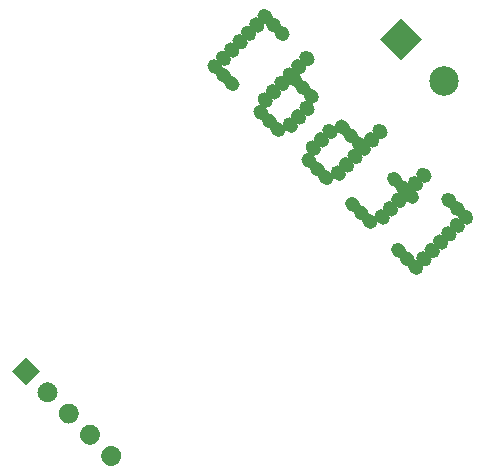
<source format=gbr>
%TF.GenerationSoftware,KiCad,Pcbnew,5.1.9+dfsg1-1+deb11u1*%
%TF.CreationDate,2024-07-25T19:41:34+02:00*%
%TF.ProjectId,label1,6c616265-6c31-42e6-9b69-6361645f7063,rev?*%
%TF.SameCoordinates,Original*%
%TF.FileFunction,Soldermask,Bot*%
%TF.FilePolarity,Negative*%
%FSLAX46Y46*%
G04 Gerber Fmt 4.6, Leading zero omitted, Abs format (unit mm)*
G04 Created by KiCad (PCBNEW 5.1.9+dfsg1-1+deb11u1) date 2024-07-25 19:41:34*
%MOMM*%
%LPD*%
G01*
G04 APERTURE LIST*
%ADD10C,2.500000*%
%ADD11C,0.100000*%
G04 APERTURE END LIST*
%TO.C,REF\u002A\u002A*%
G36*
G01*
X60802586Y-36045227D02*
X60802586Y-36045227D01*
G75*
G02*
X59989414Y-36045227I-406586J406586D01*
G01*
X59812638Y-35868451D01*
G75*
G02*
X59812638Y-35055279I406586J406586D01*
G01*
X59812638Y-35055279D01*
G75*
G02*
X60625810Y-35055279I406586J-406586D01*
G01*
X60802586Y-35232055D01*
G75*
G02*
X60802586Y-36045227I-406586J-406586D01*
G01*
G37*
G36*
G01*
X60095479Y-35338120D02*
X60095479Y-35338120D01*
G75*
G02*
X59282307Y-35338120I-406586J406586D01*
G01*
X59105531Y-35161344D01*
G75*
G02*
X59105531Y-34348172I406586J406586D01*
G01*
X59105531Y-34348172D01*
G75*
G02*
X59918703Y-34348172I406586J-406586D01*
G01*
X60095479Y-34524948D01*
G75*
G02*
X60095479Y-35338120I-406586J-406586D01*
G01*
G37*
G36*
G01*
X59388372Y-34631013D02*
X59388372Y-34631013D01*
G75*
G02*
X58575200Y-34631013I-406586J406586D01*
G01*
X58398424Y-34454237D01*
G75*
G02*
X58398424Y-33641065I406586J406586D01*
G01*
X58398424Y-33641065D01*
G75*
G02*
X59211596Y-33641065I406586J-406586D01*
G01*
X59388372Y-33817841D01*
G75*
G02*
X59388372Y-34631013I-406586J-406586D01*
G01*
G37*
G36*
G01*
X60095479Y-33923906D02*
X60095479Y-33923906D01*
G75*
G02*
X59282307Y-33923906I-406586J406586D01*
G01*
X59105531Y-33747130D01*
G75*
G02*
X59105531Y-32933958I406586J406586D01*
G01*
X59105531Y-32933958D01*
G75*
G02*
X59918703Y-32933958I406586J-406586D01*
G01*
X60095479Y-33110734D01*
G75*
G02*
X60095479Y-33923906I-406586J-406586D01*
G01*
G37*
G36*
G01*
X60802586Y-33216799D02*
X60802586Y-33216799D01*
G75*
G02*
X59989414Y-33216799I-406586J406586D01*
G01*
X59812638Y-33040023D01*
G75*
G02*
X59812638Y-32226851I406586J406586D01*
G01*
X59812638Y-32226851D01*
G75*
G02*
X60625810Y-32226851I406586J-406586D01*
G01*
X60802586Y-32403627D01*
G75*
G02*
X60802586Y-33216799I-406586J-406586D01*
G01*
G37*
G36*
G01*
X61509693Y-32509693D02*
X61509693Y-32509693D01*
G75*
G02*
X60696521Y-32509693I-406586J406586D01*
G01*
X60519745Y-32332917D01*
G75*
G02*
X60519745Y-31519745I406586J406586D01*
G01*
X60519745Y-31519745D01*
G75*
G02*
X61332917Y-31519745I406586J-406586D01*
G01*
X61509693Y-31696521D01*
G75*
G02*
X61509693Y-32509693I-406586J-406586D01*
G01*
G37*
G36*
G01*
X62216799Y-31802586D02*
X62216799Y-31802586D01*
G75*
G02*
X61403627Y-31802586I-406586J406586D01*
G01*
X61226851Y-31625810D01*
G75*
G02*
X61226851Y-30812638I406586J406586D01*
G01*
X61226851Y-30812638D01*
G75*
G02*
X62040023Y-30812638I406586J-406586D01*
G01*
X62216799Y-30989414D01*
G75*
G02*
X62216799Y-31802586I-406586J-406586D01*
G01*
G37*
G36*
G01*
X62923906Y-31095479D02*
X62923906Y-31095479D01*
G75*
G02*
X62110734Y-31095479I-406586J406586D01*
G01*
X61933958Y-30918703D01*
G75*
G02*
X61933958Y-30105531I406586J406586D01*
G01*
X61933958Y-30105531D01*
G75*
G02*
X62747130Y-30105531I406586J-406586D01*
G01*
X62923906Y-30282307D01*
G75*
G02*
X62923906Y-31095479I-406586J-406586D01*
G01*
G37*
G36*
G01*
X63631013Y-30388372D02*
X63631013Y-30388372D01*
G75*
G02*
X62817841Y-30388372I-406586J406586D01*
G01*
X62641065Y-30211596D01*
G75*
G02*
X62641065Y-29398424I406586J406586D01*
G01*
X62641065Y-29398424D01*
G75*
G02*
X63454237Y-29398424I406586J-406586D01*
G01*
X63631013Y-29575200D01*
G75*
G02*
X63631013Y-30388372I-406586J-406586D01*
G01*
G37*
G36*
G01*
X64338120Y-31095479D02*
X64338120Y-31095479D01*
G75*
G02*
X63524948Y-31095479I-406586J406586D01*
G01*
X63348172Y-30918703D01*
G75*
G02*
X63348172Y-30105531I406586J406586D01*
G01*
X63348172Y-30105531D01*
G75*
G02*
X64161344Y-30105531I406586J-406586D01*
G01*
X64338120Y-30282307D01*
G75*
G02*
X64338120Y-31095479I-406586J-406586D01*
G01*
G37*
G36*
G01*
X65045227Y-31802586D02*
X65045227Y-31802586D01*
G75*
G02*
X64232055Y-31802586I-406586J406586D01*
G01*
X64055279Y-31625810D01*
G75*
G02*
X64055279Y-30812638I406586J406586D01*
G01*
X64055279Y-30812638D01*
G75*
G02*
X64868451Y-30812638I406586J-406586D01*
G01*
X65045227Y-30989414D01*
G75*
G02*
X65045227Y-31802586I-406586J-406586D01*
G01*
G37*
G36*
G01*
X66105887Y-35691673D02*
X66105887Y-35691673D01*
G75*
G02*
X65292715Y-35691673I-406586J406586D01*
G01*
X65115939Y-35514897D01*
G75*
G02*
X65115939Y-34701725I406586J406586D01*
G01*
X65115939Y-34701725D01*
G75*
G02*
X65929111Y-34701725I406586J-406586D01*
G01*
X66105887Y-34878501D01*
G75*
G02*
X66105887Y-35691673I-406586J-406586D01*
G01*
G37*
G36*
G01*
X66812993Y-36398780D02*
X66812993Y-36398780D01*
G75*
G02*
X65999821Y-36398780I-406586J406586D01*
G01*
X65823045Y-36222004D01*
G75*
G02*
X65823045Y-35408832I406586J406586D01*
G01*
X65823045Y-35408832D01*
G75*
G02*
X66636217Y-35408832I406586J-406586D01*
G01*
X66812993Y-35585608D01*
G75*
G02*
X66812993Y-36398780I-406586J-406586D01*
G01*
G37*
G36*
G01*
X67520100Y-37105887D02*
X67520100Y-37105887D01*
G75*
G02*
X66706928Y-37105887I-406586J406586D01*
G01*
X66530152Y-36929111D01*
G75*
G02*
X66530152Y-36115939I406586J406586D01*
G01*
X66530152Y-36115939D01*
G75*
G02*
X67343324Y-36115939I406586J-406586D01*
G01*
X67520100Y-36292715D01*
G75*
G02*
X67520100Y-37105887I-406586J-406586D01*
G01*
G37*
G36*
G01*
X67166547Y-33923906D02*
X67166547Y-33923906D01*
G75*
G02*
X66353375Y-33923906I-406586J406586D01*
G01*
X66176599Y-33747130D01*
G75*
G02*
X66176599Y-32933958I406586J406586D01*
G01*
X66176599Y-32933958D01*
G75*
G02*
X66989771Y-32933958I406586J-406586D01*
G01*
X67166547Y-33110734D01*
G75*
G02*
X67166547Y-33923906I-406586J-406586D01*
G01*
G37*
G36*
G01*
X66459440Y-34631013D02*
X66459440Y-34631013D01*
G75*
G02*
X65646268Y-34631013I-406586J406586D01*
G01*
X65469492Y-34454237D01*
G75*
G02*
X65469492Y-33641065I406586J406586D01*
G01*
X65469492Y-33641065D01*
G75*
G02*
X66282664Y-33641065I406586J-406586D01*
G01*
X66459440Y-33817841D01*
G75*
G02*
X66459440Y-34631013I-406586J-406586D01*
G01*
G37*
G36*
G01*
X65752333Y-35338120D02*
X65752333Y-35338120D01*
G75*
G02*
X64939161Y-35338120I-406586J406586D01*
G01*
X64762385Y-35161344D01*
G75*
G02*
X64762385Y-34348172I406586J406586D01*
G01*
X64762385Y-34348172D01*
G75*
G02*
X65575557Y-34348172I406586J-406586D01*
G01*
X65752333Y-34524948D01*
G75*
G02*
X65752333Y-35338120I-406586J-406586D01*
G01*
G37*
G36*
G01*
X65045227Y-36045227D02*
X65045227Y-36045227D01*
G75*
G02*
X64232055Y-36045227I-406586J406586D01*
G01*
X64055279Y-35868451D01*
G75*
G02*
X64055279Y-35055279I406586J406586D01*
G01*
X64055279Y-35055279D01*
G75*
G02*
X64868451Y-35055279I406586J-406586D01*
G01*
X65045227Y-35232055D01*
G75*
G02*
X65045227Y-36045227I-406586J-406586D01*
G01*
G37*
G36*
G01*
X64338120Y-36752333D02*
X64338120Y-36752333D01*
G75*
G02*
X63524948Y-36752333I-406586J406586D01*
G01*
X63348172Y-36575557D01*
G75*
G02*
X63348172Y-35762385I406586J406586D01*
G01*
X63348172Y-35762385D01*
G75*
G02*
X64161344Y-35762385I406586J-406586D01*
G01*
X64338120Y-35939161D01*
G75*
G02*
X64338120Y-36752333I-406586J-406586D01*
G01*
G37*
G36*
G01*
X63631013Y-37459440D02*
X63631013Y-37459440D01*
G75*
G02*
X62817841Y-37459440I-406586J406586D01*
G01*
X62641065Y-37282664D01*
G75*
G02*
X62641065Y-36469492I406586J406586D01*
G01*
X62641065Y-36469492D01*
G75*
G02*
X63454237Y-36469492I406586J-406586D01*
G01*
X63631013Y-36646268D01*
G75*
G02*
X63631013Y-37459440I-406586J-406586D01*
G01*
G37*
G36*
G01*
X63277460Y-38520100D02*
X63277460Y-38520100D01*
G75*
G02*
X62464288Y-38520100I-406586J406586D01*
G01*
X62287512Y-38343324D01*
G75*
G02*
X62287512Y-37530152I406586J406586D01*
G01*
X62287512Y-37530152D01*
G75*
G02*
X63100684Y-37530152I406586J-406586D01*
G01*
X63277460Y-37706928D01*
G75*
G02*
X63277460Y-38520100I-406586J-406586D01*
G01*
G37*
G36*
G01*
X63984566Y-39227207D02*
X63984566Y-39227207D01*
G75*
G02*
X63171394Y-39227207I-406586J406586D01*
G01*
X62994618Y-39050431D01*
G75*
G02*
X62994618Y-38237259I406586J406586D01*
G01*
X62994618Y-38237259D01*
G75*
G02*
X63807790Y-38237259I406586J-406586D01*
G01*
X63984566Y-38414035D01*
G75*
G02*
X63984566Y-39227207I-406586J-406586D01*
G01*
G37*
G36*
G01*
X64691673Y-39934314D02*
X64691673Y-39934314D01*
G75*
G02*
X63878501Y-39934314I-406586J406586D01*
G01*
X63701725Y-39757538D01*
G75*
G02*
X63701725Y-38944366I406586J406586D01*
G01*
X63701725Y-38944366D01*
G75*
G02*
X64514897Y-38944366I406586J-406586D01*
G01*
X64691673Y-39121142D01*
G75*
G02*
X64691673Y-39934314I-406586J-406586D01*
G01*
G37*
G36*
G01*
X65752333Y-39580760D02*
X65752333Y-39580760D01*
G75*
G02*
X64939161Y-39580760I-406586J406586D01*
G01*
X64762385Y-39403984D01*
G75*
G02*
X64762385Y-38590812I406586J406586D01*
G01*
X64762385Y-38590812D01*
G75*
G02*
X65575557Y-38590812I406586J-406586D01*
G01*
X65752333Y-38767588D01*
G75*
G02*
X65752333Y-39580760I-406586J-406586D01*
G01*
G37*
G36*
G01*
X66459440Y-38873654D02*
X66459440Y-38873654D01*
G75*
G02*
X65646268Y-38873654I-406586J406586D01*
G01*
X65469492Y-38696878D01*
G75*
G02*
X65469492Y-37883706I406586J406586D01*
G01*
X65469492Y-37883706D01*
G75*
G02*
X66282664Y-37883706I406586J-406586D01*
G01*
X66459440Y-38060482D01*
G75*
G02*
X66459440Y-38873654I-406586J-406586D01*
G01*
G37*
G36*
G01*
X67166547Y-38166547D02*
X67166547Y-38166547D01*
G75*
G02*
X66353375Y-38166547I-406586J406586D01*
G01*
X66176599Y-37989771D01*
G75*
G02*
X66176599Y-37176599I406586J406586D01*
G01*
X66176599Y-37176599D01*
G75*
G02*
X66989771Y-37176599I406586J-406586D01*
G01*
X67166547Y-37353375D01*
G75*
G02*
X67166547Y-38166547I-406586J-406586D01*
G01*
G37*
G36*
G01*
X67696877Y-41525304D02*
X67696877Y-41525304D01*
G75*
G02*
X66883705Y-41525304I-406586J406586D01*
G01*
X66706929Y-41348528D01*
G75*
G02*
X66706929Y-40535356I406586J406586D01*
G01*
X66706929Y-40535356D01*
G75*
G02*
X67520101Y-40535356I406586J-406586D01*
G01*
X67696877Y-40712132D01*
G75*
G02*
X67696877Y-41525304I-406586J-406586D01*
G01*
G37*
G36*
G01*
X68403984Y-40818197D02*
X68403984Y-40818197D01*
G75*
G02*
X67590812Y-40818197I-406586J406586D01*
G01*
X67414036Y-40641421D01*
G75*
G02*
X67414036Y-39828249I406586J406586D01*
G01*
X67414036Y-39828249D01*
G75*
G02*
X68227208Y-39828249I406586J-406586D01*
G01*
X68403984Y-40005025D01*
G75*
G02*
X68403984Y-40818197I-406586J-406586D01*
G01*
G37*
G36*
G01*
X69111091Y-40111091D02*
X69111091Y-40111091D01*
G75*
G02*
X68297919Y-40111091I-406586J406586D01*
G01*
X68121143Y-39934315D01*
G75*
G02*
X68121143Y-39121143I406586J406586D01*
G01*
X68121143Y-39121143D01*
G75*
G02*
X68934315Y-39121143I406586J-406586D01*
G01*
X69111091Y-39297919D01*
G75*
G02*
X69111091Y-40111091I-406586J-406586D01*
G01*
G37*
G36*
G01*
X70171751Y-39757537D02*
X70171751Y-39757537D01*
G75*
G02*
X69358579Y-39757537I-406586J406586D01*
G01*
X69181803Y-39580761D01*
G75*
G02*
X69181803Y-38767589I406586J406586D01*
G01*
X69181803Y-38767589D01*
G75*
G02*
X69994975Y-38767589I406586J-406586D01*
G01*
X70171751Y-38944365D01*
G75*
G02*
X70171751Y-39757537I-406586J-406586D01*
G01*
G37*
G36*
G01*
X70878857Y-40464644D02*
X70878857Y-40464644D01*
G75*
G02*
X70065685Y-40464644I-406586J406586D01*
G01*
X69888909Y-40287868D01*
G75*
G02*
X69888909Y-39474696I406586J406586D01*
G01*
X69888909Y-39474696D01*
G75*
G02*
X70702081Y-39474696I406586J-406586D01*
G01*
X70878857Y-39651472D01*
G75*
G02*
X70878857Y-40464644I-406586J-406586D01*
G01*
G37*
G36*
G01*
X71585964Y-41171751D02*
X71585964Y-41171751D01*
G75*
G02*
X70772792Y-41171751I-406586J406586D01*
G01*
X70596016Y-40994975D01*
G75*
G02*
X70596016Y-40181803I406586J406586D01*
G01*
X70596016Y-40181803D01*
G75*
G02*
X71409188Y-40181803I406586J-406586D01*
G01*
X71585964Y-40358579D01*
G75*
G02*
X71585964Y-41171751I-406586J-406586D01*
G01*
G37*
G36*
G01*
X67343324Y-42585964D02*
X67343324Y-42585964D01*
G75*
G02*
X66530152Y-42585964I-406586J406586D01*
G01*
X66353376Y-42409188D01*
G75*
G02*
X66353376Y-41596016I406586J406586D01*
G01*
X66353376Y-41596016D01*
G75*
G02*
X67166548Y-41596016I406586J-406586D01*
G01*
X67343324Y-41772792D01*
G75*
G02*
X67343324Y-42585964I-406586J-406586D01*
G01*
G37*
G36*
G01*
X68050430Y-43293071D02*
X68050430Y-43293071D01*
G75*
G02*
X67237258Y-43293071I-406586J406586D01*
G01*
X67060482Y-43116295D01*
G75*
G02*
X67060482Y-42303123I406586J406586D01*
G01*
X67060482Y-42303123D01*
G75*
G02*
X67873654Y-42303123I406586J-406586D01*
G01*
X68050430Y-42479899D01*
G75*
G02*
X68050430Y-43293071I-406586J-406586D01*
G01*
G37*
G36*
G01*
X68757537Y-44000178D02*
X68757537Y-44000178D01*
G75*
G02*
X67944365Y-44000178I-406586J406586D01*
G01*
X67767589Y-43823402D01*
G75*
G02*
X67767589Y-43010230I406586J406586D01*
G01*
X67767589Y-43010230D01*
G75*
G02*
X68580761Y-43010230I406586J-406586D01*
G01*
X68757537Y-43187006D01*
G75*
G02*
X68757537Y-44000178I-406586J-406586D01*
G01*
G37*
G36*
G01*
X69818197Y-43646624D02*
X69818197Y-43646624D01*
G75*
G02*
X69005025Y-43646624I-406586J406586D01*
G01*
X68828249Y-43469848D01*
G75*
G02*
X68828249Y-42656676I406586J406586D01*
G01*
X68828249Y-42656676D01*
G75*
G02*
X69641421Y-42656676I406586J-406586D01*
G01*
X69818197Y-42833452D01*
G75*
G02*
X69818197Y-43646624I-406586J-406586D01*
G01*
G37*
G36*
G01*
X70525304Y-42939518D02*
X70525304Y-42939518D01*
G75*
G02*
X69712132Y-42939518I-406586J406586D01*
G01*
X69535356Y-42762742D01*
G75*
G02*
X69535356Y-41949570I406586J406586D01*
G01*
X69535356Y-41949570D01*
G75*
G02*
X70348528Y-41949570I406586J-406586D01*
G01*
X70525304Y-42126346D01*
G75*
G02*
X70525304Y-42939518I-406586J-406586D01*
G01*
G37*
G36*
G01*
X71232411Y-42232411D02*
X71232411Y-42232411D01*
G75*
G02*
X70419239Y-42232411I-406586J406586D01*
G01*
X70242463Y-42055635D01*
G75*
G02*
X70242463Y-41242463I406586J406586D01*
G01*
X70242463Y-41242463D01*
G75*
G02*
X71055635Y-41242463I406586J-406586D01*
G01*
X71232411Y-41419239D01*
G75*
G02*
X71232411Y-42232411I-406586J-406586D01*
G01*
G37*
G36*
G01*
X71939518Y-41525304D02*
X71939518Y-41525304D01*
G75*
G02*
X71126346Y-41525304I-406586J406586D01*
G01*
X70949570Y-41348528D01*
G75*
G02*
X70949570Y-40535356I406586J406586D01*
G01*
X70949570Y-40535356D01*
G75*
G02*
X71762742Y-40535356I406586J-406586D01*
G01*
X71939518Y-40712132D01*
G75*
G02*
X71939518Y-41525304I-406586J-406586D01*
G01*
G37*
G36*
G01*
X72646624Y-40818197D02*
X72646624Y-40818197D01*
G75*
G02*
X71833452Y-40818197I-406586J406586D01*
G01*
X71656676Y-40641421D01*
G75*
G02*
X71656676Y-39828249I406586J406586D01*
G01*
X71656676Y-39828249D01*
G75*
G02*
X72469848Y-39828249I406586J-406586D01*
G01*
X72646624Y-40005025D01*
G75*
G02*
X72646624Y-40818197I-406586J-406586D01*
G01*
G37*
G36*
G01*
X73353731Y-40111091D02*
X73353731Y-40111091D01*
G75*
G02*
X72540559Y-40111091I-406586J406586D01*
G01*
X72363783Y-39934315D01*
G75*
G02*
X72363783Y-39121143I406586J406586D01*
G01*
X72363783Y-39121143D01*
G75*
G02*
X73176955Y-39121143I406586J-406586D01*
G01*
X73353731Y-39297919D01*
G75*
G02*
X73353731Y-40111091I-406586J-406586D01*
G01*
G37*
G36*
G01*
X71055634Y-46298275D02*
X71055634Y-46298275D01*
G75*
G02*
X70242462Y-46298275I-406586J406586D01*
G01*
X70065686Y-46121499D01*
G75*
G02*
X70065686Y-45308327I406586J406586D01*
G01*
X70065686Y-45308327D01*
G75*
G02*
X70878858Y-45308327I406586J-406586D01*
G01*
X71055634Y-45485103D01*
G75*
G02*
X71055634Y-46298275I-406586J-406586D01*
G01*
G37*
G36*
G01*
X71762741Y-47005382D02*
X71762741Y-47005382D01*
G75*
G02*
X70949569Y-47005382I-406586J406586D01*
G01*
X70772793Y-46828606D01*
G75*
G02*
X70772793Y-46015434I406586J406586D01*
G01*
X70772793Y-46015434D01*
G75*
G02*
X71585965Y-46015434I406586J-406586D01*
G01*
X71762741Y-46192210D01*
G75*
G02*
X71762741Y-47005382I-406586J-406586D01*
G01*
G37*
G36*
G01*
X72469848Y-47712488D02*
X72469848Y-47712488D01*
G75*
G02*
X71656676Y-47712488I-406586J406586D01*
G01*
X71479900Y-47535712D01*
G75*
G02*
X71479900Y-46722540I406586J406586D01*
G01*
X71479900Y-46722540D01*
G75*
G02*
X72293072Y-46722540I406586J-406586D01*
G01*
X72469848Y-46899316D01*
G75*
G02*
X72469848Y-47712488I-406586J-406586D01*
G01*
G37*
G36*
G01*
X73530508Y-47358935D02*
X73530508Y-47358935D01*
G75*
G02*
X72717336Y-47358935I-406586J406586D01*
G01*
X72540560Y-47182159D01*
G75*
G02*
X72540560Y-46368987I406586J406586D01*
G01*
X72540560Y-46368987D01*
G75*
G02*
X73353732Y-46368987I406586J-406586D01*
G01*
X73530508Y-46545763D01*
G75*
G02*
X73530508Y-47358935I-406586J-406586D01*
G01*
G37*
G36*
G01*
X74237615Y-46651828D02*
X74237615Y-46651828D01*
G75*
G02*
X73424443Y-46651828I-406586J406586D01*
G01*
X73247667Y-46475052D01*
G75*
G02*
X73247667Y-45661880I406586J406586D01*
G01*
X73247667Y-45661880D01*
G75*
G02*
X74060839Y-45661880I406586J-406586D01*
G01*
X74237615Y-45838656D01*
G75*
G02*
X74237615Y-46651828I-406586J-406586D01*
G01*
G37*
G36*
G01*
X74944721Y-45944721D02*
X74944721Y-45944721D01*
G75*
G02*
X74131549Y-45944721I-406586J406586D01*
G01*
X73954773Y-45767945D01*
G75*
G02*
X73954773Y-44954773I406586J406586D01*
G01*
X73954773Y-44954773D01*
G75*
G02*
X74767945Y-44954773I406586J-406586D01*
G01*
X74944721Y-45131549D01*
G75*
G02*
X74944721Y-45944721I-406586J-406586D01*
G01*
G37*
G36*
G01*
X74591168Y-44176955D02*
X74591168Y-44176955D01*
G75*
G02*
X73777996Y-44176955I-406586J406586D01*
G01*
X73601220Y-44000179D01*
G75*
G02*
X73601220Y-43187007I406586J406586D01*
G01*
X73601220Y-43187007D01*
G75*
G02*
X74414392Y-43187007I406586J-406586D01*
G01*
X74591168Y-43363783D01*
G75*
G02*
X74591168Y-44176955I-406586J-406586D01*
G01*
G37*
G36*
G01*
X75298275Y-44884061D02*
X75298275Y-44884061D01*
G75*
G02*
X74485103Y-44884061I-406586J406586D01*
G01*
X74308327Y-44707285D01*
G75*
G02*
X74308327Y-43894113I406586J406586D01*
G01*
X74308327Y-43894113D01*
G75*
G02*
X75121499Y-43894113I406586J-406586D01*
G01*
X75298275Y-44070889D01*
G75*
G02*
X75298275Y-44884061I-406586J-406586D01*
G01*
G37*
G36*
G01*
X76005382Y-45591168D02*
X76005382Y-45591168D01*
G75*
G02*
X75192210Y-45591168I-406586J406586D01*
G01*
X75015434Y-45414392D01*
G75*
G02*
X75015434Y-44601220I406586J406586D01*
G01*
X75015434Y-44601220D01*
G75*
G02*
X75828606Y-44601220I406586J-406586D01*
G01*
X76005382Y-44777996D01*
G75*
G02*
X76005382Y-45591168I-406586J-406586D01*
G01*
G37*
G36*
G01*
X76358935Y-44530508D02*
X76358935Y-44530508D01*
G75*
G02*
X75545763Y-44530508I-406586J406586D01*
G01*
X75368987Y-44353732D01*
G75*
G02*
X75368987Y-43540560I406586J406586D01*
G01*
X75368987Y-43540560D01*
G75*
G02*
X76182159Y-43540560I406586J-406586D01*
G01*
X76358935Y-43717336D01*
G75*
G02*
X76358935Y-44530508I-406586J-406586D01*
G01*
G37*
G36*
G01*
X77066042Y-43823401D02*
X77066042Y-43823401D01*
G75*
G02*
X76252870Y-43823401I-406586J406586D01*
G01*
X76076094Y-43646625D01*
G75*
G02*
X76076094Y-42833453I406586J406586D01*
G01*
X76076094Y-42833453D01*
G75*
G02*
X76889266Y-42833453I406586J-406586D01*
G01*
X77066042Y-43010229D01*
G75*
G02*
X77066042Y-43823401I-406586J-406586D01*
G01*
G37*
G36*
G01*
X77066042Y-50894469D02*
X77066042Y-50894469D01*
G75*
G02*
X76252870Y-50894469I-406586J406586D01*
G01*
X76076094Y-50717693D01*
G75*
G02*
X76076094Y-49904521I406586J406586D01*
G01*
X76076094Y-49904521D01*
G75*
G02*
X76889266Y-49904521I406586J-406586D01*
G01*
X77066042Y-50081297D01*
G75*
G02*
X77066042Y-50894469I-406586J-406586D01*
G01*
G37*
G36*
G01*
X74944721Y-50187362D02*
X74944721Y-50187362D01*
G75*
G02*
X74131549Y-50187362I-406586J406586D01*
G01*
X73954773Y-50010586D01*
G75*
G02*
X73954773Y-49197414I406586J406586D01*
G01*
X73954773Y-49197414D01*
G75*
G02*
X74767945Y-49197414I406586J-406586D01*
G01*
X74944721Y-49374190D01*
G75*
G02*
X74944721Y-50187362I-406586J-406586D01*
G01*
G37*
G36*
G01*
X75651828Y-50894469D02*
X75651828Y-50894469D01*
G75*
G02*
X74838656Y-50894469I-406586J406586D01*
G01*
X74661880Y-50717693D01*
G75*
G02*
X74661880Y-49904521I406586J406586D01*
G01*
X74661880Y-49904521D01*
G75*
G02*
X75475052Y-49904521I406586J-406586D01*
G01*
X75651828Y-50081297D01*
G75*
G02*
X75651828Y-50894469I-406586J-406586D01*
G01*
G37*
G36*
G01*
X76358935Y-51601576D02*
X76358935Y-51601576D01*
G75*
G02*
X75545763Y-51601576I-406586J406586D01*
G01*
X75368987Y-51424800D01*
G75*
G02*
X75368987Y-50611628I406586J406586D01*
G01*
X75368987Y-50611628D01*
G75*
G02*
X76182159Y-50611628I406586J-406586D01*
G01*
X76358935Y-50788404D01*
G75*
G02*
X76358935Y-51601576I-406586J-406586D01*
G01*
G37*
G36*
G01*
X77773149Y-50187362D02*
X77773149Y-50187362D01*
G75*
G02*
X76959977Y-50187362I-406586J406586D01*
G01*
X76783201Y-50010586D01*
G75*
G02*
X76783201Y-49197414I406586J406586D01*
G01*
X76783201Y-49197414D01*
G75*
G02*
X77596373Y-49197414I406586J-406586D01*
G01*
X77773149Y-49374190D01*
G75*
G02*
X77773149Y-50187362I-406586J-406586D01*
G01*
G37*
G36*
G01*
X79187362Y-45944721D02*
X79187362Y-45944721D01*
G75*
G02*
X78374190Y-45944721I-406586J406586D01*
G01*
X78197414Y-45767945D01*
G75*
G02*
X78197414Y-44954773I406586J406586D01*
G01*
X78197414Y-44954773D01*
G75*
G02*
X79010586Y-44954773I406586J-406586D01*
G01*
X79187362Y-45131549D01*
G75*
G02*
X79187362Y-45944721I-406586J-406586D01*
G01*
G37*
G36*
G01*
X79894469Y-46651828D02*
X79894469Y-46651828D01*
G75*
G02*
X79081297Y-46651828I-406586J406586D01*
G01*
X78904521Y-46475052D01*
G75*
G02*
X78904521Y-45661880I406586J406586D01*
G01*
X78904521Y-45661880D01*
G75*
G02*
X79717693Y-45661880I406586J-406586D01*
G01*
X79894469Y-45838656D01*
G75*
G02*
X79894469Y-46651828I-406586J-406586D01*
G01*
G37*
G36*
G01*
X80601576Y-47358935D02*
X80601576Y-47358935D01*
G75*
G02*
X79788404Y-47358935I-406586J406586D01*
G01*
X79611628Y-47182159D01*
G75*
G02*
X79611628Y-46368987I406586J406586D01*
G01*
X79611628Y-46368987D01*
G75*
G02*
X80424800Y-46368987I406586J-406586D01*
G01*
X80601576Y-46545763D01*
G75*
G02*
X80601576Y-47358935I-406586J-406586D01*
G01*
G37*
G36*
G01*
X79894469Y-48066042D02*
X79894469Y-48066042D01*
G75*
G02*
X79081297Y-48066042I-406586J406586D01*
G01*
X78904521Y-47889266D01*
G75*
G02*
X78904521Y-47076094I406586J406586D01*
G01*
X78904521Y-47076094D01*
G75*
G02*
X79717693Y-47076094I406586J-406586D01*
G01*
X79894469Y-47252870D01*
G75*
G02*
X79894469Y-48066042I-406586J-406586D01*
G01*
G37*
G36*
G01*
X79187362Y-48773149D02*
X79187362Y-48773149D01*
G75*
G02*
X78374190Y-48773149I-406586J406586D01*
G01*
X78197414Y-48596373D01*
G75*
G02*
X78197414Y-47783201I406586J406586D01*
G01*
X78197414Y-47783201D01*
G75*
G02*
X79010586Y-47783201I406586J-406586D01*
G01*
X79187362Y-47959977D01*
G75*
G02*
X79187362Y-48773149I-406586J-406586D01*
G01*
G37*
G36*
G01*
X78480255Y-49480255D02*
X78480255Y-49480255D01*
G75*
G02*
X77667083Y-49480255I-406586J406586D01*
G01*
X77490307Y-49303479D01*
G75*
G02*
X77490307Y-48490307I406586J406586D01*
G01*
X77490307Y-48490307D01*
G75*
G02*
X78303479Y-48490307I406586J-406586D01*
G01*
X78480255Y-48667083D01*
G75*
G02*
X78480255Y-49480255I-406586J-406586D01*
G01*
G37*
%TD*%
D10*
%TO.C,J2*%
X78242102Y-35352102D03*
D11*
G36*
X72882233Y-31760000D02*
G01*
X74650000Y-29992233D01*
X76417767Y-31760000D01*
X74650000Y-33527767D01*
X72882233Y-31760000D01*
G37*
%TD*%
%TO.C,J1*%
G36*
G01*
X49491062Y-67693144D02*
X49491062Y-67693144D01*
G75*
G02*
X49491062Y-66491062I601041J601041D01*
G01*
X49491062Y-66491062D01*
G75*
G02*
X50693144Y-66491062I601041J-601041D01*
G01*
X50693144Y-66491062D01*
G75*
G02*
X50693144Y-67693144I-601041J-601041D01*
G01*
X50693144Y-67693144D01*
G75*
G02*
X49491062Y-67693144I-601041J601041D01*
G01*
G37*
G36*
G01*
X47695011Y-65897093D02*
X47695011Y-65897093D01*
G75*
G02*
X47695011Y-64695011I601041J601041D01*
G01*
X47695011Y-64695011D01*
G75*
G02*
X48897093Y-64695011I601041J-601041D01*
G01*
X48897093Y-64695011D01*
G75*
G02*
X48897093Y-65897093I-601041J-601041D01*
G01*
X48897093Y-65897093D01*
G75*
G02*
X47695011Y-65897093I-601041J601041D01*
G01*
G37*
G36*
G01*
X45898959Y-64101041D02*
X45898959Y-64101041D01*
G75*
G02*
X45898959Y-62898959I601041J601041D01*
G01*
X45898959Y-62898959D01*
G75*
G02*
X47101041Y-62898959I601041J-601041D01*
G01*
X47101041Y-62898959D01*
G75*
G02*
X47101041Y-64101041I-601041J-601041D01*
G01*
X47101041Y-64101041D01*
G75*
G02*
X45898959Y-64101041I-601041J601041D01*
G01*
G37*
G36*
G01*
X44102908Y-62304990D02*
X44102908Y-62304990D01*
G75*
G02*
X44102908Y-61102908I601041J601041D01*
G01*
X44102908Y-61102908D01*
G75*
G02*
X45304990Y-61102908I601041J-601041D01*
G01*
X45304990Y-61102908D01*
G75*
G02*
X45304990Y-62304990I-601041J-601041D01*
G01*
X45304990Y-62304990D01*
G75*
G02*
X44102908Y-62304990I-601041J601041D01*
G01*
G37*
G36*
X42907898Y-61109980D02*
G01*
X41705816Y-59907898D01*
X42907898Y-58705816D01*
X44109980Y-59907898D01*
X42907898Y-61109980D01*
G37*
%TD*%
M02*

</source>
